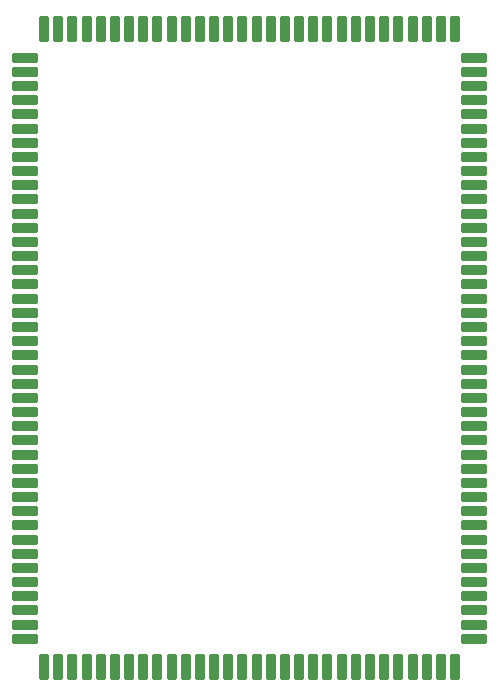
<source format=gbp>
G04 #@! TF.GenerationSoftware,KiCad,Pcbnew,(6.0.4)*
G04 #@! TF.CreationDate,2022-04-26T12:45:06+08:00*
G04 #@! TF.ProjectId,A133CoreDK,41313333-436f-4726-9544-4b2e6b696361,rev?*
G04 #@! TF.SameCoordinates,Original*
G04 #@! TF.FileFunction,Paste,Bot*
G04 #@! TF.FilePolarity,Positive*
%FSLAX46Y46*%
G04 Gerber Fmt 4.6, Leading zero omitted, Abs format (unit mm)*
G04 Created by KiCad (PCBNEW (6.0.4)) date 2022-04-26 12:45:06*
%MOMM*%
%LPD*%
G01*
G04 APERTURE LIST*
G04 Aperture macros list*
%AMRoundRect*
0 Rectangle with rounded corners*
0 $1 Rounding radius*
0 $2 $3 $4 $5 $6 $7 $8 $9 X,Y pos of 4 corners*
0 Add a 4 corners polygon primitive as box body*
4,1,4,$2,$3,$4,$5,$6,$7,$8,$9,$2,$3,0*
0 Add four circle primitives for the rounded corners*
1,1,$1+$1,$2,$3*
1,1,$1+$1,$4,$5*
1,1,$1+$1,$6,$7*
1,1,$1+$1,$8,$9*
0 Add four rect primitives between the rounded corners*
20,1,$1+$1,$2,$3,$4,$5,0*
20,1,$1+$1,$4,$5,$6,$7,0*
20,1,$1+$1,$6,$7,$8,$9,0*
20,1,$1+$1,$8,$9,$2,$3,0*%
G04 Aperture macros list end*
%ADD10RoundRect,0.120200X1.000000X0.304800X-1.000000X0.304800X-1.000000X-0.304800X1.000000X-0.304800X0*%
%ADD11RoundRect,0.120200X0.304800X-1.000000X0.304800X1.000000X-0.304800X1.000000X-0.304800X-1.000000X0*%
G04 APERTURE END LIST*
D10*
X130987000Y-113246000D03*
X130987000Y-112046000D03*
X130987000Y-110846000D03*
X130987000Y-109646000D03*
X130987000Y-108446000D03*
X130987000Y-107246000D03*
X130987000Y-106046000D03*
X130987000Y-104846000D03*
X130987000Y-103646000D03*
X130987000Y-102446000D03*
X130987000Y-101246000D03*
X130987000Y-100046000D03*
X130987000Y-98846000D03*
X130987000Y-97646000D03*
X130987000Y-96446000D03*
X130987000Y-95246000D03*
X130987000Y-94046000D03*
X130987000Y-92846000D03*
X130987000Y-91646000D03*
X130987000Y-90446000D03*
X130987000Y-89246000D03*
X130987000Y-88046000D03*
X130987000Y-86846000D03*
X130987000Y-85646000D03*
X130987000Y-84446000D03*
X130987000Y-83246000D03*
X130987000Y-82046000D03*
X130987000Y-80846000D03*
X130987000Y-79646000D03*
X130987000Y-78446000D03*
X130987000Y-77246000D03*
X130987000Y-76046000D03*
X130987000Y-74846000D03*
X130987000Y-73646000D03*
X130987000Y-72446000D03*
X130987000Y-71246000D03*
X130987000Y-70046000D03*
X130987000Y-68846000D03*
X130987000Y-67646000D03*
X130987000Y-66446000D03*
X130987000Y-65246000D03*
X130987000Y-64046000D03*
D11*
X132586998Y-61646000D03*
X133787000Y-61646000D03*
X134987000Y-61646000D03*
X136187000Y-61646000D03*
X137387000Y-61646000D03*
X138587000Y-61646000D03*
X139787000Y-61646000D03*
X140987000Y-61646000D03*
X142187000Y-61646000D03*
X143387000Y-61646000D03*
X144587000Y-61646000D03*
X145787000Y-61646000D03*
X146987000Y-61646000D03*
X148187000Y-61646000D03*
X149387000Y-61646000D03*
X150586998Y-61646000D03*
X151786998Y-61646000D03*
X152986998Y-61646000D03*
X154186998Y-61646000D03*
X155387000Y-61646000D03*
X156587000Y-61646000D03*
X157787000Y-61646000D03*
X158987000Y-61646000D03*
X160187000Y-61646000D03*
X161387000Y-61646000D03*
X162587000Y-61646000D03*
X163787000Y-61646000D03*
X164987000Y-61646000D03*
X166187000Y-61646000D03*
X167387000Y-61646000D03*
D10*
X168987000Y-64046000D03*
X168987000Y-65246000D03*
X168987000Y-66446000D03*
X168987000Y-67646000D03*
X168987000Y-68846000D03*
X168987000Y-70046000D03*
X168987000Y-71246000D03*
X168987000Y-72446000D03*
X168987000Y-73646000D03*
X168987000Y-74846000D03*
X168987000Y-76046000D03*
X168987000Y-77246000D03*
X168987000Y-78446000D03*
X168987000Y-79646000D03*
X168987000Y-80846000D03*
X168987000Y-82046000D03*
X168987000Y-83246000D03*
X168987000Y-84446000D03*
X168987000Y-85646000D03*
X168987000Y-86846000D03*
X168987000Y-88046000D03*
X168987000Y-89246000D03*
X168987000Y-90446000D03*
X168987000Y-91646000D03*
X168987000Y-92846000D03*
X168987000Y-94046000D03*
X168987000Y-95246000D03*
X168987000Y-96446000D03*
X168987000Y-97646000D03*
X168987000Y-98846000D03*
X168987000Y-100046000D03*
X168987000Y-101246000D03*
X168987000Y-102446000D03*
X168987000Y-103646000D03*
X168987000Y-104846000D03*
X168987000Y-106046000D03*
X168987000Y-107246000D03*
X168987000Y-108446000D03*
X168987000Y-109646000D03*
X168987000Y-110846000D03*
X168987000Y-112046000D03*
X168987000Y-113246000D03*
D11*
X167387000Y-115646000D03*
X166187000Y-115646000D03*
X164987000Y-115646000D03*
X163787000Y-115646000D03*
X162587000Y-115646000D03*
X161387000Y-115646000D03*
X160187000Y-115646000D03*
X158987000Y-115646000D03*
X157787000Y-115646000D03*
X156587000Y-115646000D03*
X155387000Y-115646000D03*
X154186998Y-115646000D03*
X152986998Y-115646000D03*
X151786998Y-115646000D03*
X150586998Y-115646000D03*
X149387000Y-115646000D03*
X148187000Y-115646000D03*
X146987000Y-115646000D03*
X145787000Y-115646000D03*
X144587000Y-115646000D03*
X143387000Y-115646000D03*
X142187000Y-115646000D03*
X140987000Y-115646000D03*
X139787000Y-115646000D03*
X138587000Y-115646000D03*
X137387000Y-115646000D03*
X136187000Y-115646000D03*
X134987000Y-115646000D03*
X133787000Y-115646000D03*
X132586998Y-115646000D03*
M02*

</source>
